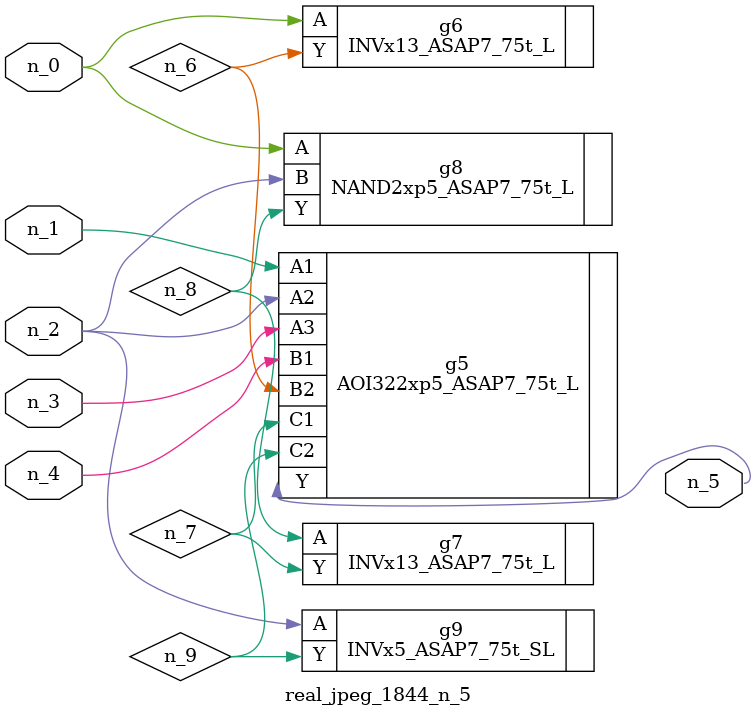
<source format=v>
module real_jpeg_1844_n_5 (n_4, n_0, n_1, n_2, n_3, n_5);

input n_4;
input n_0;
input n_1;
input n_2;
input n_3;

output n_5;

wire n_8;
wire n_6;
wire n_7;
wire n_9;

INVx13_ASAP7_75t_L g6 ( 
.A(n_0),
.Y(n_6)
);

NAND2xp5_ASAP7_75t_L g8 ( 
.A(n_0),
.B(n_2),
.Y(n_8)
);

AOI322xp5_ASAP7_75t_L g5 ( 
.A1(n_1),
.A2(n_2),
.A3(n_3),
.B1(n_4),
.B2(n_6),
.C1(n_7),
.C2(n_9),
.Y(n_5)
);

INVx5_ASAP7_75t_SL g9 ( 
.A(n_2),
.Y(n_9)
);

INVx13_ASAP7_75t_L g7 ( 
.A(n_8),
.Y(n_7)
);


endmodule
</source>
